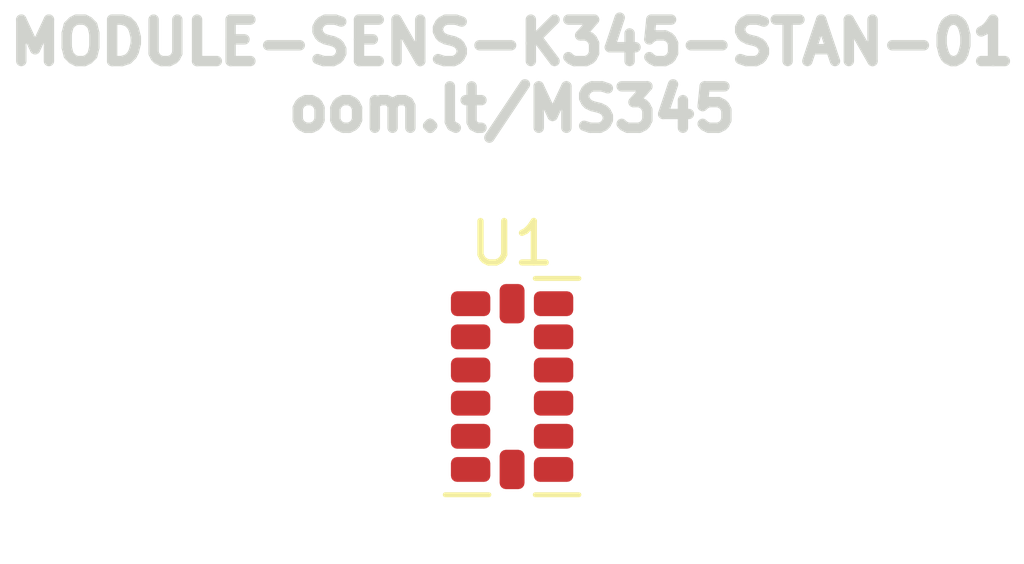
<source format=kicad_pcb>
(kicad_pcb (version 20211014) (generator pcbnew)
  (layers (0 "F.Cu" signal) (31 "B.Cu" signal) (34 "B.Paste" user) (35 "F.Paste" user) (36 "B.SilkS" user "B.Silkscreen") (37 "F.SilkS" user "F.Silkscreen") (38 "B.Mask" user) (39 "F.Mask" user) (44 "Edge.Cuts" user))
  (net 0 "")
  (net 1 "3v3")
  (net 2 "GND")
  (net 4 "CS")
  (net 5 "INT1")
  (net 6 "INT2")
  (net 9 "SDO")
  (net 10 "SDA")
  (net 11 "SCL")
  (footprint "Package_LGA:LGA-14_3x5mm_P0.8mm_LayoutBorder1x6y" (layer "F.Cu") (at 137.5 102.5)
    (fp_text reference "U1" (at 0 -3.45) (layer "F.SilkS"))
    (fp_text value "ADXL343")
    (fp_line (start 0.56 -2.61) (end 1.61 -2.61) (layer "F.SilkS") (width 0.12))
    (fp_line (start -0.56 2.61) (end -1.61 2.61) (layer "F.SilkS") (width 0.12))
    (fp_line (start 0.56 2.61) (end 1.61 2.61) (layer "F.SilkS") (width 0.12))
    (pad "1" smd roundrect (at -1 -2) (size 0.95 0.6) (layers "F.Cu" "F.Paste" "F.Mask") (net 1 "3v3"))
    (pad "2" smd roundrect (at -1 -1.2) (size 0.95 0.6) (layers "F.Cu" "F.Paste" "F.Mask") (net 2 "GND"))
    (pad "3" smd roundrect (at -1 -0.4) (size 0.95 0.6) (layers "F.Cu" "F.Paste" "F.Mask"))
    (pad "4" smd roundrect (at -1 0.4) (size 0.95 0.6) (layers "F.Cu" "F.Paste" "F.Mask") (net 2 "GND"))
    (pad "5" smd roundrect (at -1 1.2) (size 0.95 0.6) (layers "F.Cu" "F.Paste" "F.Mask") (net 2 "GND"))
    (pad "6" smd roundrect (at -1 2) (size 0.95 0.6) (layers "F.Cu" "F.Paste" "F.Mask") (net 1 "3v3"))
    (pad "7" smd roundrect (at 0 2) (size 0.6 0.95) (layers "F.Cu" "F.Paste" "F.Mask") (net 4 "CS"))
    (pad "8" smd roundrect (at 1 2) (size 0.95 0.6) (layers "F.Cu" "F.Paste" "F.Mask") (net 5 "INT1"))
    (pad "9" smd roundrect (at 1 1.2) (size 0.95 0.6) (layers "F.Cu" "F.Paste" "F.Mask") (net 6 "INT2"))
    (pad "10" smd roundrect (at 1 0.4) (size 0.95 0.6) (layers "F.Cu" "F.Paste" "F.Mask"))
    (pad "11" smd roundrect (at 1 -0.4) (size 0.95 0.6) (layers "F.Cu" "F.Paste" "F.Mask"))
    (pad "12" smd roundrect (at 1 -1.2) (size 0.95 0.6) (layers "F.Cu" "F.Paste" "F.Mask") (net 9 "SDO"))
    (pad "13" smd roundrect (at 1 -2) (size 0.95 0.6) (layers "F.Cu" "F.Paste" "F.Mask") (net 10 "SDA"))
    (pad "14" smd roundrect (at 0 -2) (size 0.6 0.95) (layers "F.Cu" "F.Paste" "F.Mask") (net 11 "SCL"))
  )
  (gr_text "MODULE-SENS-K345-STAN-01\noom.lt/MS345" (at 137.5 95) (layer "Edge.Cuts") (effects (font (size 1 1) (thickness 0.25))))
)
</source>
